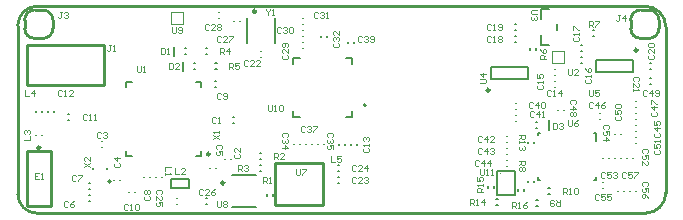
<source format=gto>
G04*
G04 #@! TF.GenerationSoftware,Altium Limited,Altium Designer,20.2.6 (244)*
G04*
G04 Layer_Color=65535*
%FSLAX25Y25*%
%MOIN*%
G70*
G04*
G04 #@! TF.SameCoordinates,535AE1F0-9979-4E68-9054-F600688F37C9*
G04*
G04*
G04 #@! TF.FilePolarity,Positive*
G04*
G01*
G75*
%ADD10C,0.01000*%
%ADD11C,0.00394*%
%ADD12C,0.00984*%
%ADD13C,0.00787*%
%ADD14C,0.00197*%
%ADD15C,0.00600*%
%ADD16C,0.00591*%
%ADD17C,0.00500*%
%ADD18C,0.00079*%
%ADD19C,0.00200*%
D10*
X216000Y62172D02*
G03*
X209172Y69000I-6828J0D01*
G01*
X209201Y17D02*
G03*
X216000Y6816I0J6800D01*
G01*
X0Y6429D02*
G03*
X6412Y17I6412J0D01*
G01*
X6449Y69000D02*
G03*
X0Y62550I0J-6449D01*
G01*
X8392Y58276D02*
G03*
X11724Y61608I0J3332D01*
G01*
Y64392D02*
G03*
X8392Y67724I-3332J0D01*
G01*
X5608D02*
G03*
X2276Y64392I0J-3332D01*
G01*
Y61608D02*
G03*
X5608Y58276I3332J0D01*
G01*
X204276Y61608D02*
G03*
X207608Y58276I3332J0D01*
G01*
Y67724D02*
G03*
X204276Y64392I0J-3332D01*
G01*
X213724D02*
G03*
X210392Y67724I-3332J0D01*
G01*
Y58276D02*
G03*
X213724Y61608I0J3332D01*
G01*
X7500Y21910D02*
G03*
X7500Y21910I-500J0D01*
G01*
X206000Y69000D02*
X209172D01*
X216000Y6816D02*
Y62172D01*
X207000Y17D02*
X209201D01*
X6412D02*
X207000D01*
X0Y6429D02*
Y62550D01*
X6449Y69000D02*
X11000D01*
X206000D01*
X5608Y67724D02*
X8392D01*
X2276Y61608D02*
Y64392D01*
X5608Y58276D02*
X8392D01*
X11724Y61608D02*
Y64392D01*
X213724Y61608D02*
Y64392D01*
X207608Y58276D02*
X210392D01*
X204276Y61608D02*
Y64392D01*
X207608Y67724D02*
X210392D01*
X85669Y16721D02*
X101669D01*
Y2720D02*
Y16721D01*
X85669Y2720D02*
X101669D01*
X85669D02*
Y16721D01*
X3165Y42807D02*
X28756D01*
Y56193D01*
X3165D02*
X28756D01*
X3165Y42807D02*
Y56193D01*
X11000Y2410D02*
Y20910D01*
X3000Y2410D02*
X11000D01*
X3000D02*
Y20910D01*
X11000D01*
X215996Y62174D02*
G03*
X209000Y69000I-6828J0D01*
G01*
X209172Y0D02*
G03*
X216000Y6828I0J6828D01*
G01*
X6449Y69000D02*
G03*
X0Y62550I0J-6449D01*
G01*
Y6449D02*
G03*
X6449Y0I6449J0D01*
G01*
X216000Y6828D02*
Y62174D01*
X6449Y0D02*
X209172D01*
X6449Y69000D02*
X209000D01*
X0Y6449D02*
Y62550D01*
D11*
X160933Y13241D02*
G03*
X160933Y13241I-197J0D01*
G01*
D12*
X64067Y19701D02*
G03*
X64067Y19701I-492J0D01*
G01*
X79425Y67299D02*
G03*
X79425Y67299I-492J0D01*
G01*
X157307Y41000D02*
G03*
X157307Y41000I-492J0D01*
G01*
X68843Y10118D02*
G03*
X68843Y10118I-492J0D01*
G01*
X206579Y54413D02*
G03*
X206579Y54413I-492J0D01*
G01*
D13*
X116079Y36000D02*
G03*
X116079Y36000I-394J0D01*
G01*
X192748Y24043D02*
Y26740D01*
X192020D02*
X192748D01*
X192020Y11189D02*
X192748D01*
Y11917D01*
X173260Y11189D02*
Y11917D01*
Y11189D02*
X173989D01*
X173260Y26013D02*
Y26741D01*
X173989D01*
X59244Y43913D02*
X61016D01*
Y42142D02*
Y43913D01*
X59244Y19110D02*
X61016D01*
Y20882D01*
X36213Y43913D02*
X37984D01*
X36213Y42142D02*
Y43913D01*
Y19110D02*
Y20882D01*
Y19110D02*
X37984D01*
X85724Y56866D02*
Y65134D01*
X76276Y56866D02*
Y65134D01*
X157898Y44839D02*
Y48776D01*
X170102Y44839D02*
Y48776D01*
X157898Y44839D02*
X170102D01*
X157898Y48776D02*
X170102D01*
X71402Y12874D02*
X79276D01*
X71402Y2244D02*
X79276D01*
X205102Y47032D02*
Y50968D01*
X192898Y47032D02*
Y50968D01*
X205102D01*
X192898Y47032D02*
X205102D01*
X179890Y60917D02*
Y63083D01*
X174378Y67984D02*
X177232D01*
X174378Y56016D02*
Y59342D01*
Y64657D02*
Y67984D01*
Y56016D02*
X177232D01*
D14*
X55279Y66953D02*
G03*
X55279Y66953I-197J0D01*
G01*
X182248Y53984D02*
G03*
X182248Y53984I-197J0D01*
G01*
D15*
X31132Y10638D02*
G03*
X31132Y10638I-557J0D01*
G01*
X182114Y34422D02*
Y34579D01*
X180114Y34422D02*
Y34579D01*
X16890Y33000D02*
X17047D01*
X16890Y31000D02*
X17047D01*
X178953Y42000D02*
X179110D01*
X178953Y44000D02*
X179110D01*
X191718Y59000D02*
X192218D01*
X191718Y61000D02*
X192218D01*
X172807Y54526D02*
Y55026D01*
X170807Y54526D02*
Y55026D01*
X206004Y33469D02*
X206161D01*
X206004Y31469D02*
X206161D01*
X206004Y29469D02*
X206161D01*
X206004Y27469D02*
X206161D01*
X206004Y25469D02*
X206161D01*
X206004Y23469D02*
X206161D01*
X195114Y18422D02*
Y18579D01*
X197114Y18422D02*
Y18579D01*
X203114Y18422D02*
Y18579D01*
X205114Y18422D02*
Y18579D01*
X199114Y18422D02*
Y18579D01*
X201114Y18422D02*
Y18579D01*
Y26359D02*
Y26516D01*
X199114Y26359D02*
Y26516D01*
X194067Y33469D02*
X194224D01*
X194067Y31469D02*
X194224D01*
X200114Y7422D02*
Y7579D01*
X202114Y7422D02*
Y7579D01*
X195004Y10469D02*
X195161D01*
X195004Y8469D02*
X195161D01*
X204114Y7359D02*
Y7516D01*
X206114Y7359D02*
Y7516D01*
X166067Y30666D02*
X166224D01*
X166067Y32666D02*
X166224D01*
X166067Y34666D02*
X166224D01*
X166067Y36666D02*
X166224D01*
X163067Y19666D02*
X163224D01*
X163067Y21666D02*
X163224D01*
X163067Y15666D02*
X163224D01*
X163067Y17666D02*
X163224D01*
X163067Y23666D02*
X163224D01*
X163067Y25666D02*
X163224D01*
X172896Y2469D02*
X173396D01*
X172896Y4469D02*
X173396D01*
X206004Y37469D02*
X206161D01*
X206004Y35469D02*
X206161D01*
X172114Y10250D02*
Y10750D01*
X170114Y10250D02*
Y10750D01*
X176864Y6469D02*
X177364D01*
X176864Y8469D02*
X177364D01*
X172827Y28485D02*
X173142D01*
X172827Y30453D02*
X173142D01*
X176921Y27894D02*
Y31044D01*
X172114Y23250D02*
Y23750D01*
X170114Y23250D02*
Y23750D01*
X166768Y7447D02*
Y7948D01*
X168768Y7447D02*
Y7948D01*
X156768Y8416D02*
Y8916D01*
X158768Y8416D02*
Y8916D01*
X159549Y4666D02*
X160049D01*
X159549Y2666D02*
X160049D01*
X39000Y6953D02*
Y7110D01*
X37000Y6953D02*
Y7110D01*
X94953Y61000D02*
X95110D01*
X94953Y59000D02*
X95110D01*
X94953Y57000D02*
X95110D01*
X94953Y55000D02*
X95110D01*
X94953Y65000D02*
X95110D01*
X94953Y63000D02*
X95110D01*
X98000Y22953D02*
Y23110D01*
X96000Y22953D02*
Y23110D01*
X94000Y22921D02*
Y23079D01*
X92000Y22921D02*
Y23079D01*
X103000Y58890D02*
Y59047D01*
X101000Y58890D02*
Y59047D01*
X112000Y56890D02*
Y57047D01*
X110000Y56890D02*
Y57047D01*
X178921Y48000D02*
X179079D01*
X178921Y46000D02*
X179079D01*
X210890Y50000D02*
X211047D01*
X210890Y48000D02*
X211047D01*
X83000Y5750D02*
Y6250D01*
X85000Y5750D02*
Y6250D01*
X80718Y14000D02*
X81218D01*
X80718Y16000D02*
X81218D01*
X66953Y65000D02*
X67110D01*
X66953Y67000D02*
X67110D01*
X62718Y53000D02*
X63218D01*
X62718Y55000D02*
X63218D01*
X6000Y25921D02*
Y26079D01*
X8000Y25921D02*
Y26079D01*
X6000Y33890D02*
Y34047D01*
X8000Y33890D02*
Y34047D01*
X10000Y33890D02*
Y34047D01*
X12000Y33890D02*
Y34047D01*
X80718Y20000D02*
X81218D01*
X80718Y18000D02*
X81218D01*
X187890Y56000D02*
X188047D01*
X187890Y54000D02*
X188047D01*
X187827Y50000D02*
X187984D01*
X187827Y52000D02*
X187984D01*
X210890Y45000D02*
X211047D01*
X210890Y43000D02*
X211047D01*
X109000Y22890D02*
Y23047D01*
X107000Y22890D02*
Y23047D01*
X111000Y22890D02*
Y23047D01*
X113000Y22890D02*
Y23047D01*
X80921Y52000D02*
X81079D01*
X80921Y54000D02*
X81079D01*
X106890Y14000D02*
X107047D01*
X106890Y16000D02*
X107047D01*
X106890Y12000D02*
X107047D01*
X106890Y10000D02*
X107047D01*
X65890Y44000D02*
X66047D01*
X65890Y42000D02*
X66047D01*
X62890Y5000D02*
X63047D01*
X62890Y3000D02*
X63047D01*
X52953Y5000D02*
X53110D01*
X52953Y3000D02*
X53110D01*
X165890Y57000D02*
X166047D01*
X165890Y59000D02*
X166047D01*
X165890Y63000D02*
X166047D01*
X165890Y61000D02*
X166047D01*
X72000Y63921D02*
Y64079D01*
X74000Y63921D02*
Y64079D01*
X100000Y22953D02*
Y23110D01*
X102000Y22953D02*
Y23110D01*
X51933Y52425D02*
Y55575D01*
X55713Y53016D02*
X56028D01*
X55713Y54984D02*
X56028D01*
X65750Y48000D02*
X66250D01*
X65750Y50000D02*
X66250D01*
X54933Y47425D02*
Y50575D01*
X58713Y48016D02*
X59028D01*
X58713Y49984D02*
X59028D01*
X23890Y4000D02*
X24047D01*
X23890Y6000D02*
X24047D01*
X44000Y11921D02*
Y12079D01*
X42000Y11921D02*
Y12079D01*
X48000Y11921D02*
Y12079D01*
X46000Y11921D02*
Y12079D01*
X64000Y14921D02*
Y15079D01*
X66000Y14921D02*
Y15079D01*
X71890Y32000D02*
X72047D01*
X71890Y30000D02*
X72047D01*
X71000Y17953D02*
Y18110D01*
X69000Y17953D02*
Y18110D01*
X23890Y8000D02*
X24047D01*
X23890Y10000D02*
X24047D01*
X27921Y22000D02*
X28079D01*
X27921Y24000D02*
X28079D01*
X25063Y14772D02*
Y15165D01*
X29787Y14772D02*
Y15165D01*
X32000Y10953D02*
Y11110D01*
X34000Y10953D02*
Y11110D01*
D16*
X159902Y14091D02*
X165902D01*
Y6091D02*
Y14091D01*
X159902Y6091D02*
X165902D01*
X159902D02*
Y14091D01*
D17*
X111551Y32063D02*
Y34209D01*
Y49602D02*
Y51748D01*
X91866Y32063D02*
Y34209D01*
Y49602D02*
Y51748D01*
X109406Y32063D02*
X111551D01*
X109406Y51748D02*
X111551D01*
X91866Y32063D02*
X94012D01*
X91866Y51748D02*
X94012D01*
X51000Y11500D02*
X57000D01*
X51000Y8500D02*
Y11500D01*
Y8500D02*
X57000D01*
Y11500D01*
D18*
X55083Y63016D02*
X55083Y66953D01*
X50949Y63016D02*
X55083D01*
X50949D02*
Y66953D01*
X55083D01*
X182051Y50047D02*
X182051Y53984D01*
X177917Y50047D02*
X182051D01*
X177917D02*
Y53984D01*
X182051D01*
D19*
X153844Y17333D02*
X153511Y17666D01*
X152845D01*
X152511Y17333D01*
Y16000D01*
X152845Y15666D01*
X153511D01*
X153844Y16000D01*
X155510Y15666D02*
Y17666D01*
X154511Y16666D01*
X155844D01*
X157510Y15666D02*
Y17666D01*
X156510Y16666D01*
X157843D01*
X154844Y21332D02*
X154511Y21666D01*
X153845D01*
X153511Y21332D01*
Y20000D01*
X153845Y19666D01*
X154511D01*
X154844Y20000D01*
X156510Y19666D02*
Y21666D01*
X155511Y20666D01*
X156844D01*
X157510Y21332D02*
X157843Y21666D01*
X158510D01*
X158843Y21332D01*
Y20999D01*
X158510Y20666D01*
X158177D01*
X158510D01*
X158843Y20333D01*
Y20000D01*
X158510Y19666D01*
X157843D01*
X157510Y20000D01*
X154844Y25332D02*
X154511Y25666D01*
X153845D01*
X153511Y25332D01*
Y24000D01*
X153845Y23666D01*
X154511D01*
X154844Y24000D01*
X156510Y23666D02*
Y25666D01*
X155511Y24666D01*
X156844D01*
X158843Y23666D02*
X157510D01*
X158843Y24999D01*
Y25332D01*
X158510Y25666D01*
X157843D01*
X157510Y25332D01*
X153948Y14666D02*
Y13000D01*
X154281Y12666D01*
X154948D01*
X155281Y13000D01*
Y14666D01*
X155948Y12666D02*
X156614D01*
X156281D01*
Y14666D01*
X155948Y14333D01*
X157614Y12666D02*
X158280D01*
X157947D01*
Y14666D01*
X157614Y14333D01*
X183334Y31000D02*
Y29334D01*
X183667Y29000D01*
X184334D01*
X184667Y29334D01*
Y31000D01*
X186666D02*
X186000Y30667D01*
X185333Y30000D01*
Y29334D01*
X185667Y29000D01*
X186333D01*
X186666Y29334D01*
Y29667D01*
X186333Y30000D01*
X185333D01*
X164615Y1666D02*
Y3666D01*
X165615D01*
X165948Y3333D01*
Y2666D01*
X165615Y2333D01*
X164615D01*
X165281D02*
X165948Y1666D01*
X166614D02*
X167281D01*
X166948D01*
Y3666D01*
X166614Y3333D01*
X169613Y3666D02*
X168947Y3333D01*
X168280Y2666D01*
Y2000D01*
X168614Y1666D01*
X169280D01*
X169613Y2000D01*
Y2333D01*
X169280Y2666D01*
X168280D01*
X155114Y7167D02*
X153114D01*
Y8167D01*
X153448Y8500D01*
X154114D01*
X154447Y8167D01*
Y7167D01*
Y7833D02*
X155114Y8500D01*
Y9166D02*
Y9833D01*
Y9499D01*
X153114D01*
X153448Y9166D01*
X153114Y12165D02*
Y10832D01*
X154114D01*
X153781Y11499D01*
Y11832D01*
X154114Y12165D01*
X154781D01*
X155114Y11832D01*
Y11166D01*
X154781Y10832D01*
X150615Y2666D02*
Y4666D01*
X151615D01*
X151948Y4332D01*
Y3666D01*
X151615Y3333D01*
X150615D01*
X151281D02*
X151948Y2666D01*
X152614D02*
X153281D01*
X152948D01*
Y4666D01*
X152614Y4332D01*
X155280Y2666D02*
Y4666D01*
X154280Y3666D01*
X155613D01*
X167114Y26165D02*
X169114D01*
Y25166D01*
X168781Y24832D01*
X168114D01*
X167781Y25166D01*
Y26165D01*
Y25499D02*
X167114Y24832D01*
Y24166D02*
Y23499D01*
Y23833D01*
X169114D01*
X168781Y24166D01*
Y22500D02*
X169114Y22166D01*
Y21500D01*
X168781Y21167D01*
X168447D01*
X168114Y21500D01*
Y21833D01*
Y21500D01*
X167781Y21167D01*
X167448D01*
X167114Y21500D01*
Y22166D01*
X167448Y22500D01*
X181647Y6469D02*
Y8468D01*
X182646D01*
X182979Y8135D01*
Y7469D01*
X182646Y7136D01*
X181647D01*
X182313D02*
X182979Y6469D01*
X183646D02*
X184312D01*
X183979D01*
Y8468D01*
X183646Y8135D01*
X185312D02*
X185645Y8468D01*
X186312D01*
X186645Y8135D01*
Y6802D01*
X186312Y6469D01*
X185645D01*
X185312Y6802D01*
Y8135D01*
X180780Y4468D02*
Y2469D01*
X179781D01*
X179447Y2802D01*
Y3469D01*
X179781Y3802D01*
X180780D01*
X180114D02*
X179447Y4468D01*
X178781Y4135D02*
X178448Y4468D01*
X177781D01*
X177448Y4135D01*
Y2802D01*
X177781Y2469D01*
X178448D01*
X178781Y2802D01*
Y3136D01*
X178448Y3469D01*
X177448D01*
X167114Y17332D02*
X169114D01*
Y16332D01*
X168781Y15999D01*
X168114D01*
X167781Y16332D01*
Y17332D01*
Y16666D02*
X167114Y15999D01*
X168781Y15333D02*
X169114Y15000D01*
Y14333D01*
X168781Y14000D01*
X168447D01*
X168114Y14333D01*
X167781Y14000D01*
X167448D01*
X167114Y14333D01*
Y15000D01*
X167448Y15333D01*
X167781D01*
X168114Y15000D01*
X168447Y15333D01*
X168781D01*
X168114Y15000D02*
Y14333D01*
X178334Y30000D02*
Y28000D01*
X179334D01*
X179667Y28334D01*
Y29667D01*
X179334Y30000D01*
X178334D01*
X180333Y29667D02*
X180666Y30000D01*
X181333D01*
X181666Y29667D01*
Y29333D01*
X181333Y29000D01*
X181000D01*
X181333D01*
X181666Y28667D01*
Y28334D01*
X181333Y28000D01*
X180666D01*
X180333Y28334D01*
X202781Y13332D02*
X202448Y13666D01*
X201782D01*
X201448Y13332D01*
Y12000D01*
X201782Y11666D01*
X202448D01*
X202781Y12000D01*
X204781Y13666D02*
X203448D01*
Y12666D01*
X204114Y12999D01*
X204447D01*
X204781Y12666D01*
Y12000D01*
X204447Y11666D01*
X203781D01*
X203448Y12000D01*
X205447Y13666D02*
X206780D01*
Y13332D01*
X205447Y12000D01*
Y11666D01*
X209781Y8999D02*
X210114Y9332D01*
Y9999D01*
X209781Y10332D01*
X208448D01*
X208115Y9999D01*
Y9332D01*
X208448Y8999D01*
X210114Y7000D02*
Y8332D01*
X209114D01*
X209447Y7666D01*
Y7333D01*
X209114Y7000D01*
X208448D01*
X208115Y7333D01*
Y7999D01*
X208448Y8332D01*
X210114Y5000D02*
X209781Y5667D01*
X209114Y6333D01*
X208448D01*
X208115Y6000D01*
Y5333D01*
X208448Y5000D01*
X208781D01*
X209114Y5333D01*
Y6333D01*
X193781Y6135D02*
X193448Y6469D01*
X192782D01*
X192448Y6135D01*
Y4802D01*
X192782Y4469D01*
X193448D01*
X193781Y4802D01*
X195781Y6469D02*
X194448D01*
Y5469D01*
X195114Y5802D01*
X195447D01*
X195781Y5469D01*
Y4802D01*
X195447Y4469D01*
X194781D01*
X194448Y4802D01*
X197780Y6469D02*
X196447D01*
Y5469D01*
X197114Y5802D01*
X197447D01*
X197780Y5469D01*
Y4802D01*
X197447Y4469D01*
X196780D01*
X196447Y4802D01*
X196781Y27999D02*
X197114Y28332D01*
Y28999D01*
X196781Y29332D01*
X195448D01*
X195115Y28999D01*
Y28332D01*
X195448Y27999D01*
X197114Y26000D02*
Y27332D01*
X196114D01*
X196447Y26666D01*
Y26333D01*
X196114Y26000D01*
X195448D01*
X195115Y26333D01*
Y26999D01*
X195448Y27332D01*
X195115Y24333D02*
X197114D01*
X196114Y25333D01*
Y24000D01*
X195781Y13332D02*
X195448Y13666D01*
X194782D01*
X194448Y13332D01*
Y12000D01*
X194782Y11666D01*
X195448D01*
X195781Y12000D01*
X197781Y13666D02*
X196448D01*
Y12666D01*
X197114Y12999D01*
X197447D01*
X197781Y12666D01*
Y12000D01*
X197447Y11666D01*
X196781D01*
X196448Y12000D01*
X198447Y13332D02*
X198780Y13666D01*
X199447D01*
X199780Y13332D01*
Y12999D01*
X199447Y12666D01*
X199114D01*
X199447D01*
X199780Y12333D01*
Y12000D01*
X199447Y11666D01*
X198780D01*
X198447Y12000D01*
X209781Y19999D02*
X210114Y20332D01*
Y20999D01*
X209781Y21332D01*
X208448D01*
X208115Y20999D01*
Y20332D01*
X208448Y19999D01*
X210114Y18000D02*
Y19332D01*
X209114D01*
X209447Y18666D01*
Y18333D01*
X209114Y18000D01*
X208448D01*
X208115Y18333D01*
Y18999D01*
X208448Y19332D01*
X208115Y16000D02*
Y17333D01*
X209447Y16000D01*
X209781D01*
X210114Y16333D01*
Y17000D01*
X209781Y17333D01*
X212333Y21000D02*
X212000Y20667D01*
Y20001D01*
X212333Y19667D01*
X213666D01*
X214000Y20001D01*
Y20667D01*
X213666Y21000D01*
X212000Y23000D02*
Y21667D01*
X213000D01*
X212667Y22333D01*
Y22667D01*
X213000Y23000D01*
X213666D01*
X214000Y22667D01*
Y22000D01*
X213666Y21667D01*
X214000Y23666D02*
Y24333D01*
Y23999D01*
X212000D01*
X212333Y23666D01*
X199448Y32333D02*
X199115Y32000D01*
Y31334D01*
X199448Y31000D01*
X200781D01*
X201114Y31334D01*
Y32000D01*
X200781Y32333D01*
X199115Y34332D02*
Y33000D01*
X200114D01*
X199781Y33666D01*
Y33999D01*
X200114Y34332D01*
X200781D01*
X201114Y33999D01*
Y33333D01*
X200781Y33000D01*
X199448Y34999D02*
X199115Y35332D01*
Y35999D01*
X199448Y36332D01*
X200781D01*
X201114Y35999D01*
Y35332D01*
X200781Y34999D01*
X199448D01*
X209667Y40666D02*
X209334Y41000D01*
X208667D01*
X208334Y40666D01*
Y39334D01*
X208667Y39000D01*
X209334D01*
X209667Y39334D01*
X211333Y39000D02*
Y41000D01*
X210334Y40000D01*
X211666D01*
X212333Y39334D02*
X212666Y39000D01*
X213333D01*
X213666Y39334D01*
Y40666D01*
X213333Y41000D01*
X212666D01*
X212333Y40666D01*
Y40333D01*
X212666Y40000D01*
X213666D01*
X185667Y36333D02*
X186000Y36666D01*
Y37333D01*
X185667Y37666D01*
X184334D01*
X184000Y37333D01*
Y36666D01*
X184334Y36333D01*
X184000Y34667D02*
X186000D01*
X185000Y35666D01*
Y34334D01*
X185667Y33667D02*
X186000Y33334D01*
Y32667D01*
X185667Y32334D01*
X185333D01*
X185000Y32667D01*
X184667Y32334D01*
X184334D01*
X184000Y32667D01*
Y33334D01*
X184334Y33667D01*
X184667D01*
X185000Y33334D01*
X185333Y33667D01*
X185667D01*
X185000Y33334D02*
Y32667D01*
X211333Y33667D02*
X211000Y33334D01*
Y32667D01*
X211333Y32334D01*
X212666D01*
X213000Y32667D01*
Y33334D01*
X212666Y33667D01*
X213000Y35333D02*
X211000D01*
X212000Y34334D01*
Y35666D01*
X211000Y36333D02*
Y37666D01*
X211333D01*
X212666Y36333D01*
X213000D01*
X191667Y36667D02*
X191334Y37000D01*
X190667D01*
X190334Y36667D01*
Y35334D01*
X190667Y35000D01*
X191334D01*
X191667Y35334D01*
X193333Y35000D02*
Y37000D01*
X192333Y36000D01*
X193667D01*
X195666Y37000D02*
X194999Y36667D01*
X194333Y36000D01*
Y35334D01*
X194666Y35000D01*
X195333D01*
X195666Y35334D01*
Y35667D01*
X195333Y36000D01*
X194333D01*
X212333Y26667D02*
X212000Y26334D01*
Y25667D01*
X212333Y25334D01*
X213666D01*
X214000Y25667D01*
Y26334D01*
X213666Y26667D01*
X214000Y28333D02*
X212000D01*
X213000Y27334D01*
Y28666D01*
X212000Y30666D02*
Y29333D01*
X213000D01*
X212667Y29999D01*
Y30333D01*
X213000Y30666D01*
X213666D01*
X214000Y30333D01*
Y29666D01*
X213666Y29333D01*
X172000Y33667D02*
X171667Y34000D01*
X171001D01*
X170667Y33667D01*
Y32334D01*
X171001Y32000D01*
X171667D01*
X172000Y32334D01*
X173667Y32000D02*
Y34000D01*
X172667Y33000D01*
X174000D01*
X174666Y32000D02*
X175333D01*
X174999D01*
Y34000D01*
X174666Y33667D01*
X171667Y36667D02*
X171334Y37000D01*
X170667D01*
X170334Y36667D01*
Y35334D01*
X170667Y35000D01*
X171334D01*
X171667Y35334D01*
X173333Y35000D02*
Y37000D01*
X172334Y36000D01*
X173667D01*
X174333Y36667D02*
X174666Y37000D01*
X175333D01*
X175666Y36667D01*
Y35334D01*
X175333Y35000D01*
X174666D01*
X174333Y35334D01*
Y36667D01*
X105333Y56667D02*
X105000Y56334D01*
Y55667D01*
X105333Y55334D01*
X106666D01*
X107000Y55667D01*
Y56334D01*
X106666Y56667D01*
X105333Y57334D02*
X105000Y57667D01*
Y58333D01*
X105333Y58666D01*
X105667D01*
X106000Y58333D01*
Y58000D01*
Y58333D01*
X106333Y58666D01*
X106666D01*
X107000Y58333D01*
Y57667D01*
X106666Y57334D01*
X107000Y60666D02*
Y59333D01*
X105667Y60666D01*
X105333D01*
X105000Y60333D01*
Y59666D01*
X105333Y59333D01*
X114667Y58666D02*
X114334Y59000D01*
X113667D01*
X113334Y58666D01*
Y57334D01*
X113667Y57000D01*
X114334D01*
X114667Y57334D01*
X115333Y58666D02*
X115667Y59000D01*
X116333D01*
X116666Y58666D01*
Y58333D01*
X116333Y58000D01*
X116000D01*
X116333D01*
X116666Y57667D01*
Y57334D01*
X116333Y57000D01*
X115667D01*
X115333Y57334D01*
X117333D02*
X117666Y57000D01*
X118333D01*
X118666Y57334D01*
Y58666D01*
X118333Y59000D01*
X117666D01*
X117333Y58666D01*
Y58333D01*
X117666Y58000D01*
X118666D01*
X73334Y14000D02*
Y16000D01*
X74334D01*
X74667Y15666D01*
Y15000D01*
X74334Y14667D01*
X73334D01*
X74000D02*
X74667Y14000D01*
X75333Y15666D02*
X75666Y16000D01*
X76333D01*
X76666Y15666D01*
Y15333D01*
X76333Y15000D01*
X76000D01*
X76333D01*
X76666Y14667D01*
Y14334D01*
X76333Y14000D01*
X75666D01*
X75333Y14334D01*
X63667Y62666D02*
X63334Y63000D01*
X62667D01*
X62334Y62666D01*
Y61334D01*
X62667Y61000D01*
X63334D01*
X63667Y61334D01*
X65666Y61000D02*
X64334D01*
X65666Y62333D01*
Y62666D01*
X65333Y63000D01*
X64667D01*
X64334Y62666D01*
X66333D02*
X66666Y63000D01*
X67333D01*
X67666Y62666D01*
Y62333D01*
X67333Y62000D01*
X67666Y61667D01*
Y61334D01*
X67333Y61000D01*
X66666D01*
X66333Y61334D01*
Y61667D01*
X66666Y62000D01*
X66333Y62333D01*
Y62666D01*
X66666Y62000D02*
X67333D01*
X36834Y2667D02*
X36500Y3000D01*
X35834D01*
X35501Y2667D01*
Y1334D01*
X35834Y1000D01*
X36500D01*
X36834Y1334D01*
X37500Y1000D02*
X38167D01*
X37833D01*
Y3000D01*
X37500Y2667D01*
X39166D02*
X39500Y3000D01*
X40166D01*
X40499Y2667D01*
Y1334D01*
X40166Y1000D01*
X39500D01*
X39166Y1334D01*
Y2667D01*
X66334Y4000D02*
Y2334D01*
X66667Y2000D01*
X67334D01*
X67667Y2334D01*
Y4000D01*
X68333Y3667D02*
X68666Y4000D01*
X69333D01*
X69666Y3667D01*
Y3333D01*
X69333Y3000D01*
X69666Y2667D01*
Y2334D01*
X69333Y2000D01*
X68666D01*
X68333Y2334D01*
Y2667D01*
X68666Y3000D01*
X68333Y3333D01*
Y3667D01*
X68666Y3000D02*
X69333D01*
X81667Y10000D02*
Y12000D01*
X82667D01*
X83000Y11666D01*
Y11000D01*
X82667Y10667D01*
X81667D01*
X82334D02*
X83000Y10000D01*
X83666D02*
X84333D01*
X84000D01*
Y12000D01*
X83666Y11666D01*
X85334Y18000D02*
Y20000D01*
X86334D01*
X86667Y19667D01*
Y19000D01*
X86334Y18667D01*
X85334D01*
X86000D02*
X86667Y18000D01*
X88666D02*
X87333D01*
X88666Y19333D01*
Y19667D01*
X88333Y20000D01*
X87666D01*
X87333Y19667D01*
X190334Y41000D02*
Y39334D01*
X190667Y39000D01*
X191334D01*
X191667Y39334D01*
Y41000D01*
X193666D02*
X192333D01*
Y40000D01*
X193000Y40333D01*
X193333D01*
X193666Y40000D01*
Y39334D01*
X193333Y39000D01*
X192666D01*
X192333Y39334D01*
X206666Y44000D02*
X207000Y44333D01*
Y44999D01*
X206666Y45333D01*
X205334D01*
X205000Y44999D01*
Y44333D01*
X205334Y44000D01*
X205000Y42000D02*
Y43333D01*
X206333Y42000D01*
X206666D01*
X207000Y42333D01*
Y43000D01*
X206666Y43333D01*
X205000Y41334D02*
Y40667D01*
Y41001D01*
X207000D01*
X206666Y41334D01*
X210333Y52667D02*
X210000Y52334D01*
Y51667D01*
X210333Y51334D01*
X211666D01*
X212000Y51667D01*
Y52334D01*
X211666Y52667D01*
X212000Y54666D02*
Y53334D01*
X210667Y54666D01*
X210333D01*
X210000Y54333D01*
Y53667D01*
X210333Y53334D01*
Y55333D02*
X210000Y55666D01*
Y56333D01*
X210333Y56666D01*
X211666D01*
X212000Y56333D01*
Y55666D01*
X211666Y55333D01*
X210333D01*
X185334Y58834D02*
X185000Y58500D01*
Y57834D01*
X185334Y57501D01*
X186666D01*
X187000Y57834D01*
Y58500D01*
X186666Y58834D01*
X187000Y59500D02*
Y60167D01*
Y59833D01*
X185000D01*
X185334Y59500D01*
X185000Y61166D02*
Y62499D01*
X185334D01*
X186666Y61166D01*
X187000D01*
X189333Y44834D02*
X189000Y44500D01*
Y43834D01*
X189333Y43501D01*
X190666D01*
X191000Y43834D01*
Y44500D01*
X190666Y44834D01*
X191000Y45500D02*
Y46167D01*
Y45833D01*
X189000D01*
X189333Y45500D01*
X189000Y48499D02*
X189333Y47833D01*
X190000Y47166D01*
X190666D01*
X191000Y47499D01*
Y48166D01*
X190666Y48499D01*
X190333D01*
X190000Y48166D01*
Y47166D01*
X82667Y68000D02*
Y67667D01*
X83334Y67000D01*
X84000Y67667D01*
Y68000D01*
X83334Y67000D02*
Y66000D01*
X84666D02*
X85333D01*
X85000D01*
Y68000D01*
X84666Y67667D01*
X92604Y14720D02*
Y13054D01*
X92937Y12721D01*
X93604D01*
X93937Y13054D01*
Y14720D01*
X94603D02*
X95936D01*
Y14387D01*
X94603Y13054D01*
Y12721D01*
X76667Y50666D02*
X76334Y51000D01*
X75667D01*
X75334Y50666D01*
Y49334D01*
X75667Y49000D01*
X76334D01*
X76667Y49334D01*
X78666Y49000D02*
X77334D01*
X78666Y50333D01*
Y50666D01*
X78333Y51000D01*
X77667D01*
X77334Y50666D01*
X80666Y49000D02*
X79333D01*
X80666Y50333D01*
Y50666D01*
X80333Y51000D01*
X79666D01*
X79333Y50666D01*
X200667Y66000D02*
X200000D01*
X200334D01*
Y64334D01*
X200000Y64000D01*
X199667D01*
X199334Y64334D01*
X202333Y64000D02*
Y66000D01*
X201333Y65000D01*
X202666D01*
X83501Y36000D02*
Y34334D01*
X83834Y34000D01*
X84500D01*
X84834Y34334D01*
Y36000D01*
X85500Y34000D02*
X86167D01*
X85833D01*
Y36000D01*
X85500Y35666D01*
X87166D02*
X87499Y36000D01*
X88166D01*
X88499Y35666D01*
Y34334D01*
X88166Y34000D01*
X87499D01*
X87166Y34334D01*
Y35666D01*
X70334Y48000D02*
Y50000D01*
X71334D01*
X71667Y49667D01*
Y49000D01*
X71334Y48667D01*
X70334D01*
X71000D02*
X71667Y48000D01*
X73666Y50000D02*
X72333D01*
Y49000D01*
X73000Y49333D01*
X73333D01*
X73666Y49000D01*
Y48334D01*
X73333Y48000D01*
X72667D01*
X72333Y48334D01*
X104334Y19000D02*
Y17000D01*
X105667D01*
X107666Y19000D02*
X106333D01*
Y18000D01*
X107000Y18333D01*
X107333D01*
X107666Y18000D01*
Y17334D01*
X107333Y17000D01*
X106667D01*
X106333Y17334D01*
X14667Y67000D02*
X14000D01*
X14334D01*
Y65334D01*
X14000Y65000D01*
X13667D01*
X13334Y65334D01*
X15333Y66667D02*
X15666Y67000D01*
X16333D01*
X16666Y66667D01*
Y66333D01*
X16333Y66000D01*
X16000D01*
X16333D01*
X16666Y65667D01*
Y65334D01*
X16333Y65000D01*
X15666D01*
X15333Y65334D01*
X50334Y50000D02*
Y48000D01*
X51334D01*
X51667Y48334D01*
Y49667D01*
X51334Y50000D01*
X50334D01*
X53666Y48000D02*
X52333D01*
X53666Y49333D01*
Y49667D01*
X53333Y50000D01*
X52666D01*
X52333Y49667D01*
X47667Y55000D02*
Y53000D01*
X48667D01*
X49000Y53334D01*
Y54667D01*
X48667Y55000D01*
X47667D01*
X49666Y53000D02*
X50333D01*
X50000D01*
Y55000D01*
X49666Y54667D01*
X95667Y28666D02*
X95334Y29000D01*
X94667D01*
X94334Y28666D01*
Y27334D01*
X94667Y27000D01*
X95334D01*
X95667Y27334D01*
X96334Y28666D02*
X96667Y29000D01*
X97333D01*
X97666Y28666D01*
Y28333D01*
X97333Y28000D01*
X97000D01*
X97333D01*
X97666Y27667D01*
Y27334D01*
X97333Y27000D01*
X96667D01*
X96334Y27334D01*
X98333Y29000D02*
X99666D01*
Y28666D01*
X98333Y27334D01*
Y27000D01*
X104666Y25396D02*
X105000Y25729D01*
Y26396D01*
X104666Y26729D01*
X103334D01*
X103000Y26396D01*
Y25729D01*
X103334Y25396D01*
X104666Y24729D02*
X105000Y24396D01*
Y23730D01*
X104666Y23396D01*
X104333D01*
X104000Y23730D01*
Y24063D01*
Y23730D01*
X103667Y23396D01*
X103334D01*
X103000Y23730D01*
Y24396D01*
X103334Y24729D01*
X105000Y21397D02*
Y22730D01*
X104000D01*
X104333Y22064D01*
Y21730D01*
X104000Y21397D01*
X103334D01*
X103000Y21730D01*
Y22397D01*
X103334Y22730D01*
X89666Y25301D02*
X90000Y25635D01*
Y26301D01*
X89666Y26634D01*
X88334D01*
X88000Y26301D01*
Y25635D01*
X88334Y25301D01*
X89666Y24635D02*
X90000Y24302D01*
Y23635D01*
X89666Y23302D01*
X89333D01*
X89000Y23635D01*
Y23968D01*
Y23635D01*
X88667Y23302D01*
X88334D01*
X88000Y23635D01*
Y24302D01*
X88334Y24635D01*
X88000Y21636D02*
X90000D01*
X89000Y22636D01*
Y21303D01*
X67667Y58666D02*
X67334Y59000D01*
X66667D01*
X66334Y58666D01*
Y57334D01*
X66667Y57000D01*
X67334D01*
X67667Y57334D01*
X69666Y57000D02*
X68334D01*
X69666Y58333D01*
Y58666D01*
X69333Y59000D01*
X68667D01*
X68334Y58666D01*
X70333Y59000D02*
X71666D01*
Y58666D01*
X70333Y57334D01*
Y57000D01*
X61636Y7666D02*
X61302Y8000D01*
X60636D01*
X60303Y7666D01*
Y6334D01*
X60636Y6000D01*
X61302D01*
X61636Y6334D01*
X63635Y6000D02*
X62302D01*
X63635Y7333D01*
Y7666D01*
X63302Y8000D01*
X62635D01*
X62302Y7666D01*
X65634Y8000D02*
X64968Y7666D01*
X64301Y7000D01*
Y6334D01*
X64635Y6000D01*
X65301D01*
X65634Y6334D01*
Y6667D01*
X65301Y7000D01*
X64301D01*
X47666Y6333D02*
X48000Y6666D01*
Y7333D01*
X47666Y7666D01*
X46334D01*
X46000Y7333D01*
Y6666D01*
X46334Y6333D01*
X46000Y4334D02*
Y5666D01*
X47333Y4334D01*
X47666D01*
X48000Y4667D01*
Y5333D01*
X47666Y5666D01*
X48000Y2334D02*
Y3667D01*
X47000D01*
X47333Y3001D01*
Y2667D01*
X47000Y2334D01*
X46334D01*
X46000Y2667D01*
Y3334D01*
X46334Y3667D01*
X100000Y66667D02*
X99667Y67000D01*
X99001D01*
X98667Y66667D01*
Y65334D01*
X99001Y65000D01*
X99667D01*
X100000Y65334D01*
X100667Y66667D02*
X101000Y67000D01*
X101666D01*
X102000Y66667D01*
Y66333D01*
X101666Y66000D01*
X101333D01*
X101666D01*
X102000Y65667D01*
Y65334D01*
X101666Y65000D01*
X101000D01*
X100667Y65334D01*
X102666Y65000D02*
X103333D01*
X102999D01*
Y67000D01*
X102666Y66667D01*
X87667Y61667D02*
X87334Y62000D01*
X86667D01*
X86334Y61667D01*
Y60334D01*
X86667Y60000D01*
X87334D01*
X87667Y60334D01*
X88334Y61667D02*
X88667Y62000D01*
X89333D01*
X89666Y61667D01*
Y61333D01*
X89333Y61000D01*
X89000D01*
X89333D01*
X89666Y60667D01*
Y60334D01*
X89333Y60000D01*
X88667D01*
X88334Y60334D01*
X90333Y61667D02*
X90666Y62000D01*
X91333D01*
X91666Y61667D01*
Y60334D01*
X91333Y60000D01*
X90666D01*
X90333Y60334D01*
Y61667D01*
X88333Y52667D02*
X88000Y52334D01*
Y51667D01*
X88333Y51334D01*
X89666D01*
X90000Y51667D01*
Y52334D01*
X89666Y52667D01*
X90000Y54667D02*
Y53334D01*
X88667Y54667D01*
X88333D01*
X88000Y54333D01*
Y53667D01*
X88333Y53334D01*
X89666Y55333D02*
X90000Y55666D01*
Y56333D01*
X89666Y56666D01*
X88333D01*
X88000Y56333D01*
Y55666D01*
X88333Y55333D01*
X88667D01*
X89000Y55666D01*
Y56666D01*
X173334Y42834D02*
X173000Y42500D01*
Y41834D01*
X173334Y41501D01*
X174666D01*
X175000Y41834D01*
Y42500D01*
X174666Y42834D01*
X175000Y43500D02*
Y44167D01*
Y43833D01*
X173000D01*
X173334Y43500D01*
X173000Y46499D02*
Y45166D01*
X174000D01*
X173667Y45833D01*
Y46166D01*
X174000Y46499D01*
X174666D01*
X175000Y46166D01*
Y45500D01*
X174666Y45166D01*
X157834Y62666D02*
X157501Y63000D01*
X156834D01*
X156501Y62666D01*
Y61334D01*
X156834Y61000D01*
X157501D01*
X157834Y61334D01*
X158500Y61000D02*
X159167D01*
X158833D01*
Y63000D01*
X158500Y62666D01*
X160166Y61334D02*
X160500Y61000D01*
X161166D01*
X161499Y61334D01*
Y62666D01*
X161166Y63000D01*
X160500D01*
X160166Y62666D01*
Y62333D01*
X160500Y62000D01*
X161499D01*
X157834Y58666D02*
X157501Y59000D01*
X156834D01*
X156501Y58666D01*
Y57334D01*
X156834Y57000D01*
X157501D01*
X157834Y57334D01*
X158500Y57000D02*
X159167D01*
X158833D01*
Y59000D01*
X158500Y58666D01*
X160166D02*
X160500Y59000D01*
X161166D01*
X161499Y58666D01*
Y58333D01*
X161166Y58000D01*
X161499Y57667D01*
Y57334D01*
X161166Y57000D01*
X160500D01*
X160166Y57334D01*
Y57667D01*
X160500Y58000D01*
X160166Y58333D01*
Y58666D01*
X160500Y58000D02*
X161166D01*
X177834Y40666D02*
X177500Y41000D01*
X176834D01*
X176501Y40666D01*
Y39334D01*
X176834Y39000D01*
X177500D01*
X177834Y39334D01*
X178500Y39000D02*
X179167D01*
X178833D01*
Y41000D01*
X178500Y40666D01*
X181166Y39000D02*
Y41000D01*
X180166Y40000D01*
X181499D01*
X115333Y21834D02*
X115000Y21500D01*
Y20834D01*
X115333Y20501D01*
X116666D01*
X117000Y20834D01*
Y21500D01*
X116666Y21834D01*
X117000Y22500D02*
Y23167D01*
Y22833D01*
X115000D01*
X115333Y22500D01*
Y24166D02*
X115000Y24499D01*
Y25166D01*
X115333Y25499D01*
X115667D01*
X116000Y25166D01*
Y24833D01*
Y25166D01*
X116333Y25499D01*
X116666D01*
X117000Y25166D01*
Y24499D01*
X116666Y24166D01*
X65000Y24667D02*
X67000Y26000D01*
X65000D02*
X67000Y24667D01*
Y26667D02*
Y27333D01*
Y27000D01*
X65000D01*
X65333Y26667D01*
X22000Y15334D02*
X24000Y16667D01*
X22000D02*
X24000Y15334D01*
Y18666D02*
Y17333D01*
X22667Y18666D01*
X22333D01*
X22000Y18333D01*
Y17666D01*
X22333Y17333D01*
X51334Y62000D02*
Y60334D01*
X51667Y60000D01*
X52334D01*
X52667Y60334D01*
Y62000D01*
X53333Y60334D02*
X53667Y60000D01*
X54333D01*
X54666Y60334D01*
Y61667D01*
X54333Y62000D01*
X53667D01*
X53333Y61667D01*
Y61333D01*
X53667Y61000D01*
X54666D01*
X183334Y48000D02*
Y46334D01*
X183667Y46000D01*
X184334D01*
X184667Y46334D01*
Y48000D01*
X186666Y46000D02*
X185333D01*
X186666Y47333D01*
Y47666D01*
X186333Y48000D01*
X185667D01*
X185333Y47666D01*
X173000Y67666D02*
X171334D01*
X171000Y67333D01*
Y66666D01*
X171334Y66333D01*
X173000D01*
X172667Y65667D02*
X173000Y65333D01*
Y64667D01*
X172667Y64334D01*
X172333D01*
X172000Y64667D01*
Y65000D01*
Y64667D01*
X171667Y64334D01*
X171334D01*
X171000Y64667D01*
Y65333D01*
X171334Y65667D01*
X154000Y43334D02*
X155666D01*
X156000Y43667D01*
Y44334D01*
X155666Y44667D01*
X154000D01*
X156000Y46333D02*
X154000D01*
X155000Y45333D01*
Y46666D01*
X39667Y49000D02*
Y47334D01*
X40000Y47000D01*
X40667D01*
X41000Y47334D01*
Y49000D01*
X41666Y47000D02*
X42333D01*
X42000D01*
Y49000D01*
X41666Y48667D01*
X67334Y53000D02*
Y55000D01*
X68334D01*
X68667Y54667D01*
Y54000D01*
X68334Y53667D01*
X67334D01*
X68000D02*
X68667Y53000D01*
X70333D02*
Y55000D01*
X69333Y54000D01*
X70666D01*
X190334Y62000D02*
Y64000D01*
X191334D01*
X191667Y63666D01*
Y63000D01*
X191334Y62667D01*
X190334D01*
X191000D02*
X191667Y62000D01*
X192333Y64000D02*
X193666D01*
Y63666D01*
X192333Y62334D01*
Y62000D01*
X176000Y51334D02*
X174000D01*
Y52334D01*
X174334Y52667D01*
X175000D01*
X175333Y52334D01*
Y51334D01*
Y52000D02*
X176000Y52667D01*
X174000Y54666D02*
X174334Y54000D01*
X175000Y53333D01*
X175666D01*
X176000Y53667D01*
Y54333D01*
X175666Y54666D01*
X175333D01*
X175000Y54333D01*
Y53333D01*
X2334Y41000D02*
Y39000D01*
X3667D01*
X5333D02*
Y41000D01*
X4333Y40000D01*
X5666D01*
X2000Y24334D02*
X4000D01*
Y25667D01*
X2334Y26333D02*
X2000Y26667D01*
Y27333D01*
X2334Y27666D01*
X2667D01*
X3000Y27333D01*
Y27000D01*
Y27333D01*
X3333Y27666D01*
X3666D01*
X4000Y27333D01*
Y26667D01*
X3666Y26333D01*
X52334Y15000D02*
Y13000D01*
X53667D01*
X55666D02*
X54333D01*
X55666Y14333D01*
Y14667D01*
X55333Y15000D01*
X54667D01*
X54333Y14667D01*
X51000Y15333D02*
X49000D01*
Y14000D01*
Y13333D02*
Y12667D01*
Y13000D01*
X51000D01*
X50666Y13333D01*
X31000Y56000D02*
X30334D01*
X30667D01*
Y54334D01*
X30334Y54000D01*
X30000D01*
X29667Y54334D01*
X31666Y54000D02*
X32333D01*
X32000D01*
Y56000D01*
X31666Y55667D01*
X7000Y13410D02*
X5667D01*
Y11410D01*
X7000D01*
X5667Y12410D02*
X6334D01*
X7666Y11410D02*
X8333D01*
X8000D01*
Y13410D01*
X7666Y13077D01*
X14834Y40666D02*
X14501Y41000D01*
X13834D01*
X13501Y40666D01*
Y39334D01*
X13834Y39000D01*
X14501D01*
X14834Y39334D01*
X15500Y39000D02*
X16167D01*
X15833D01*
Y41000D01*
X15500Y40666D01*
X18499Y39000D02*
X17166D01*
X18499Y40333D01*
Y40666D01*
X18166Y41000D01*
X17500D01*
X17166Y40666D01*
X23104Y32667D02*
X22771Y33000D01*
X22104D01*
X21771Y32667D01*
Y31334D01*
X22104Y31000D01*
X22771D01*
X23104Y31334D01*
X23770Y31000D02*
X24437D01*
X24104D01*
Y33000D01*
X23770Y32667D01*
X25436Y31000D02*
X26103D01*
X25770D01*
Y33000D01*
X25436Y32667D01*
X67667Y39667D02*
X67334Y40000D01*
X66667D01*
X66334Y39667D01*
Y38334D01*
X66667Y38000D01*
X67334D01*
X67667Y38334D01*
X68333D02*
X68666Y38000D01*
X69333D01*
X69666Y38334D01*
Y39667D01*
X69333Y40000D01*
X68666D01*
X68333Y39667D01*
Y39333D01*
X68666Y39000D01*
X69666D01*
X19567Y12566D02*
X19234Y12900D01*
X18567D01*
X18234Y12566D01*
Y11234D01*
X18567Y10900D01*
X19234D01*
X19567Y11234D01*
X20233Y12900D02*
X21566D01*
Y12566D01*
X20233Y11234D01*
Y10900D01*
X16667Y3667D02*
X16334Y4000D01*
X15667D01*
X15334Y3667D01*
Y2334D01*
X15667Y2000D01*
X16334D01*
X16667Y2334D01*
X18666Y4000D02*
X18000Y3667D01*
X17333Y3000D01*
Y2334D01*
X17666Y2000D01*
X18333D01*
X18666Y2334D01*
Y2667D01*
X18333Y3000D01*
X17333D01*
X42397Y5635D02*
X42063Y5302D01*
Y4636D01*
X42397Y4302D01*
X43729D01*
X44063Y4636D01*
Y5302D01*
X43729Y5635D01*
X42397Y6302D02*
X42063Y6635D01*
Y7301D01*
X42397Y7635D01*
X42730D01*
X43063Y7301D01*
X43396Y7635D01*
X43729D01*
X44063Y7301D01*
Y6635D01*
X43729Y6302D01*
X43396D01*
X43063Y6635D01*
X42730Y6302D01*
X42397D01*
X43063Y6635D02*
Y7301D01*
X67667Y21333D02*
X68000Y21666D01*
Y22333D01*
X67667Y22666D01*
X66334D01*
X66000Y22333D01*
Y21666D01*
X66334Y21333D01*
X68000Y19334D02*
Y20667D01*
X67000D01*
X67333Y20000D01*
Y19667D01*
X67000Y19334D01*
X66334D01*
X66000Y19667D01*
Y20334D01*
X66334Y20667D01*
X32333Y16667D02*
X32000Y16334D01*
Y15667D01*
X32333Y15334D01*
X33666D01*
X34000Y15667D01*
Y16334D01*
X33666Y16667D01*
X34000Y18333D02*
X32000D01*
X33000Y17333D01*
Y18666D01*
X27667Y26667D02*
X27334Y27000D01*
X26667D01*
X26334Y26667D01*
Y25334D01*
X26667Y25000D01*
X27334D01*
X27667Y25334D01*
X28333Y26667D02*
X28666Y27000D01*
X29333D01*
X29666Y26667D01*
Y26333D01*
X29333Y26000D01*
X29000D01*
X29333D01*
X29666Y25667D01*
Y25334D01*
X29333Y25000D01*
X28666D01*
X28333Y25334D01*
X72334Y19667D02*
X72000Y19334D01*
Y18667D01*
X72334Y18334D01*
X73666D01*
X74000Y18667D01*
Y19334D01*
X73666Y19667D01*
X74000Y21666D02*
Y20333D01*
X72667Y21666D01*
X72334D01*
X72000Y21333D01*
Y20666D01*
X72334Y20333D01*
X112667Y15666D02*
X112334Y16000D01*
X111667D01*
X111334Y15666D01*
Y14334D01*
X111667Y14000D01*
X112334D01*
X112667Y14334D01*
X114666Y14000D02*
X113333D01*
X114666Y15333D01*
Y15666D01*
X114333Y16000D01*
X113667D01*
X113333Y15666D01*
X116333Y14000D02*
Y16000D01*
X115333Y15000D01*
X116666D01*
X112667Y11666D02*
X112334Y12000D01*
X111667D01*
X111334Y11666D01*
Y10334D01*
X111667Y10000D01*
X112334D01*
X112667Y10334D01*
X114666Y10000D02*
X113333D01*
X114666Y11333D01*
Y11666D01*
X114333Y12000D01*
X113667D01*
X113333Y11666D01*
X115333D02*
X115666Y12000D01*
X116333D01*
X116666Y11666D01*
Y11333D01*
X116333Y11000D01*
X115999D01*
X116333D01*
X116666Y10667D01*
Y10334D01*
X116333Y10000D01*
X115666D01*
X115333Y10334D01*
X66000Y31666D02*
X65667Y32000D01*
X65000D01*
X64667Y31666D01*
Y30334D01*
X65000Y30000D01*
X65667D01*
X66000Y30334D01*
X66666Y30000D02*
X67333D01*
X67000D01*
Y32000D01*
X66666Y31666D01*
M02*

</source>
